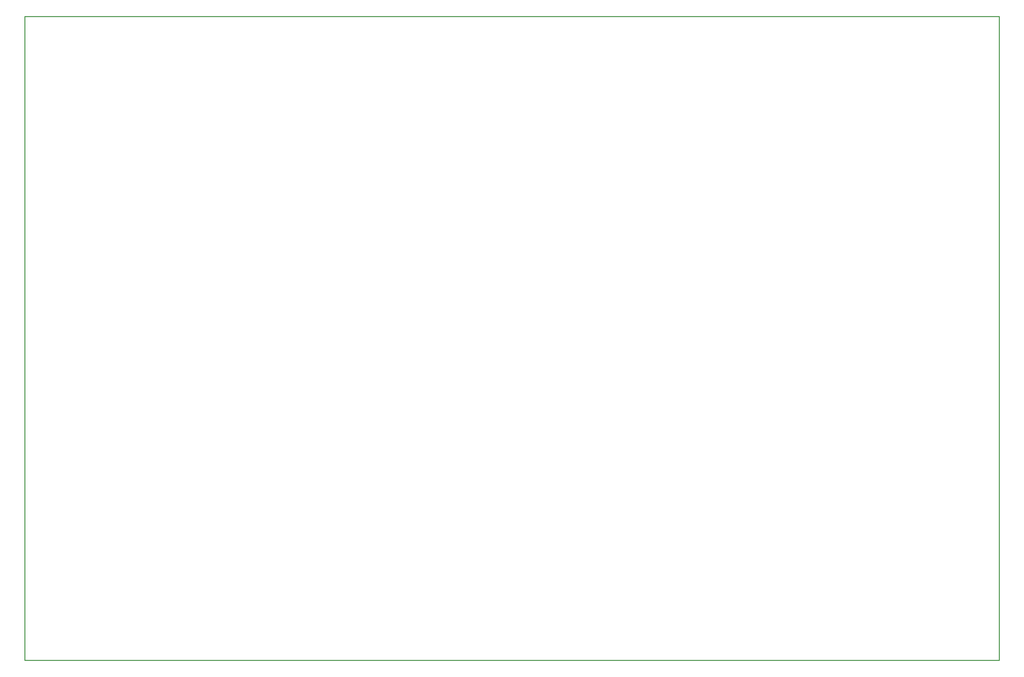
<source format=gko>
%FSLAX25Y25*%
%MOIN*%
G70*
G01*
G75*
G04 Layer_Color=16711935*
%ADD10R,0.05512X0.05906*%
%ADD11R,0.05512X0.04331*%
%ADD12R,0.05709X0.02165*%
%ADD13R,0.05709X0.02165*%
%ADD14R,0.04331X0.06693*%
%ADD15R,0.08661X0.07874*%
%ADD16C,0.00500*%
%ADD17C,0.01181*%
%ADD18C,0.01969*%
%ADD19C,0.04724*%
%ADD20R,0.04724X0.04724*%
%ADD21R,0.05906X0.05906*%
%ADD22C,0.05906*%
%ADD23C,0.12992*%
%ADD24C,0.11811*%
%ADD25R,0.06378X0.06378*%
%ADD26C,0.06378*%
%ADD27C,0.08425*%
%ADD28C,0.21654*%
%ADD29C,0.02362*%
%ADD30C,0.03937*%
%ADD31O,0.08661X0.02362*%
%ADD32R,0.04331X0.05512*%
%ADD33C,0.00787*%
%ADD34C,0.00394*%
%ADD35C,0.00098*%
%ADD36C,0.00984*%
%ADD37C,0.01000*%
%ADD38C,0.00098*%
%ADD39C,0.00800*%
%ADD40C,0.00591*%
%ADD41R,0.06312X0.06706*%
%ADD42R,0.06312X0.05131*%
%ADD43R,0.06509X0.02965*%
%ADD44R,0.06509X0.02965*%
%ADD45R,0.05131X0.07493*%
%ADD46R,0.09461X0.08674*%
%ADD47C,0.05524*%
%ADD48R,0.05524X0.05524*%
%ADD49R,0.06706X0.06706*%
%ADD50C,0.06706*%
%ADD51C,0.13792*%
%ADD52C,0.12611*%
%ADD53R,0.07178X0.07178*%
%ADD54C,0.07178*%
%ADD55C,0.09225*%
%ADD56C,0.22453*%
%ADD57C,0.03162*%
%ADD58C,0.04737*%
%ADD59O,0.09461X0.03162*%
%ADD60R,0.05131X0.06312*%
%ADD61C,0.00600*%
D17*
X163701Y291339D02*
Y1196850D01*
X1533386D01*
Y291339D02*
Y1196850D01*
X163701Y291339D02*
X1533386D01*
M02*

</source>
